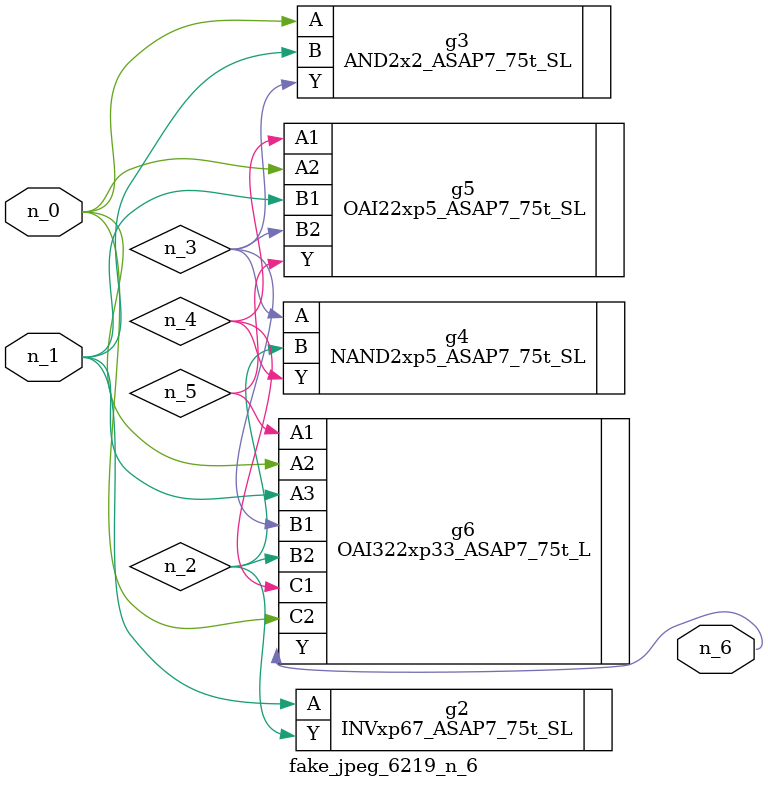
<source format=v>
module fake_jpeg_6219_n_6 (n_0, n_1, n_6);

input n_0;
input n_1;

output n_6;

wire n_2;
wire n_3;
wire n_4;
wire n_5;

INVxp67_ASAP7_75t_SL g2 ( 
.A(n_1),
.Y(n_2)
);

AND2x2_ASAP7_75t_SL g3 ( 
.A(n_0),
.B(n_1),
.Y(n_3)
);

NAND2xp5_ASAP7_75t_SL g4 ( 
.A(n_3),
.B(n_2),
.Y(n_4)
);

OAI22xp5_ASAP7_75t_SL g5 ( 
.A1(n_4),
.A2(n_0),
.B1(n_1),
.B2(n_3),
.Y(n_5)
);

OAI322xp33_ASAP7_75t_L g6 ( 
.A1(n_5),
.A2(n_0),
.A3(n_1),
.B1(n_3),
.B2(n_2),
.C1(n_4),
.C2(n_0),
.Y(n_6)
);


endmodule
</source>
